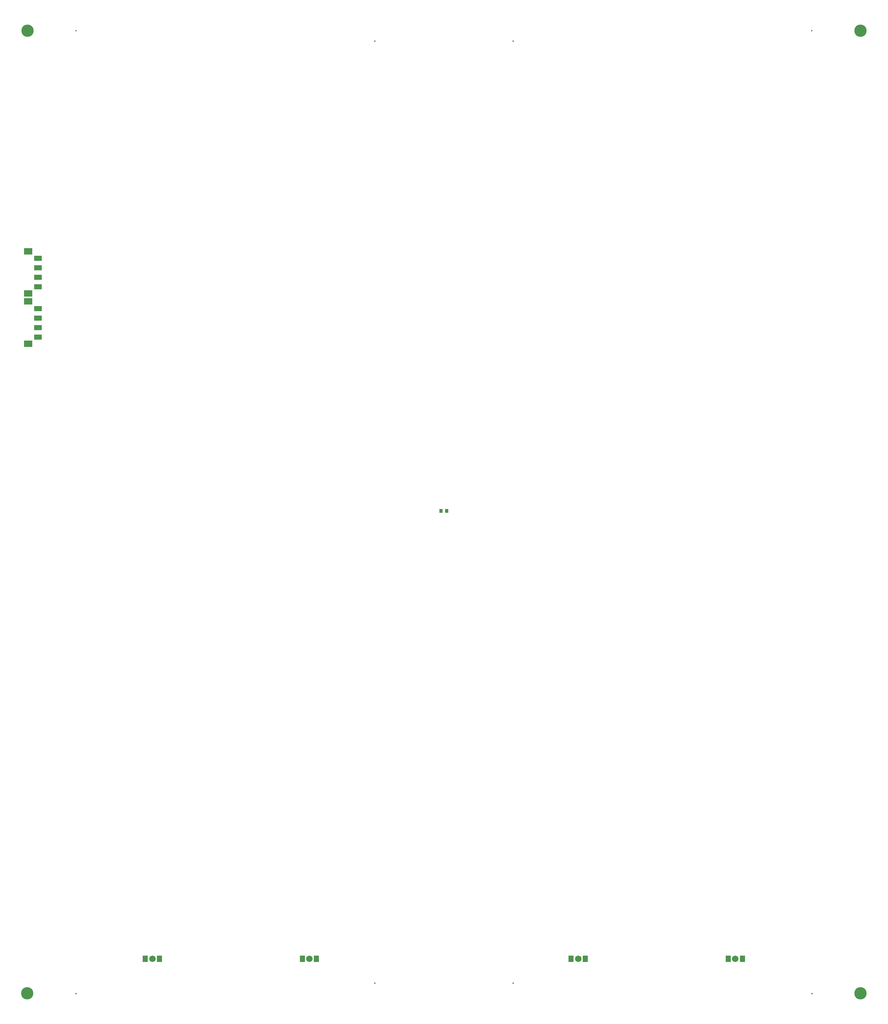
<source format=gbs>
%FSLAX25Y25*%
%MOIN*%
G70*
G01*
G75*
G04 Layer_Color=16711935*
%ADD10R,0.06299X0.06299*%
%ADD11C,0.00800*%
%ADD12R,0.13900X8.43450*%
%ADD13R,0.12800X0.39900*%
%ADD14R,0.13700X8.34950*%
%ADD15C,0.06299*%
%ADD16C,0.01000*%
%ADD17C,0.12402*%
%ADD18C,0.02400*%
%ADD19R,0.02756X0.03543*%
%ADD20R,0.04724X0.06299*%
%ADD21R,0.08465X0.05906*%
%ADD22R,0.07874X0.05118*%
%ADD23C,0.02500*%
%ADD24C,0.01000*%
%ADD25R,8.76200X0.23800*%
%ADD26R,8.47300X0.35000*%
%ADD27C,0.06899*%
%ADD28C,0.01600*%
%ADD29C,0.13002*%
%ADD30R,0.03356X0.04143*%
%ADD31R,0.05324X0.06899*%
%ADD32R,0.09065X0.06506*%
%ADD33R,0.08474X0.05718*%
D27*
X159401Y62048D02*
D03*
X773507D02*
D03*
X324807D02*
D03*
X608107D02*
D03*
D28*
X78700Y25500D02*
D03*
X393800Y36400D02*
D03*
X539400D02*
D03*
X854400Y25600D02*
D03*
X854300Y1039400D02*
D03*
X539400Y1028600D02*
D03*
X393800D02*
D03*
X78800Y1039400D02*
D03*
D29*
X27582Y25615D02*
D03*
X905536D02*
D03*
X905600Y1039500D02*
D03*
X27700Y1039400D02*
D03*
D30*
X469476Y533712D02*
D03*
X463571D02*
D03*
D31*
X151921Y62048D02*
D03*
X166882D02*
D03*
X780987D02*
D03*
X766027D02*
D03*
X332287D02*
D03*
X317327D02*
D03*
X615587D02*
D03*
X600627D02*
D03*
D32*
X28370Y754297D02*
D03*
Y709809D02*
D03*
Y762612D02*
D03*
Y807100D02*
D03*
D33*
X38804Y746816D02*
D03*
Y736816D02*
D03*
Y726816D02*
D03*
Y716816D02*
D03*
Y769620D02*
D03*
Y779620D02*
D03*
Y789620D02*
D03*
Y799620D02*
D03*
M02*

</source>
